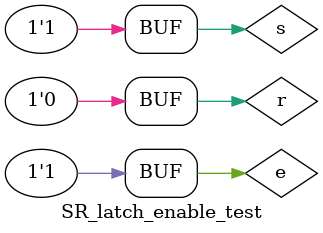
<source format=v>
`timescale 1ns / 1ps

module SR_latch_enable_test();

    reg s;
    reg r;
    reg e;
    wire q,q_neg;
     
    SR_latch_enable uut(s,r,e,q,q_neg);
    
    initial begin
        s=0; r=0; e=0; #20;
        s=0; r=1; e=0; #20;
        s=0; r=0; e=1; #20;
        s=0; r=1; e=1; #20;
        s=1; r=0; e=1; #20;
        //s=1; r=1; #20;
    end

   
endmodule

</source>
